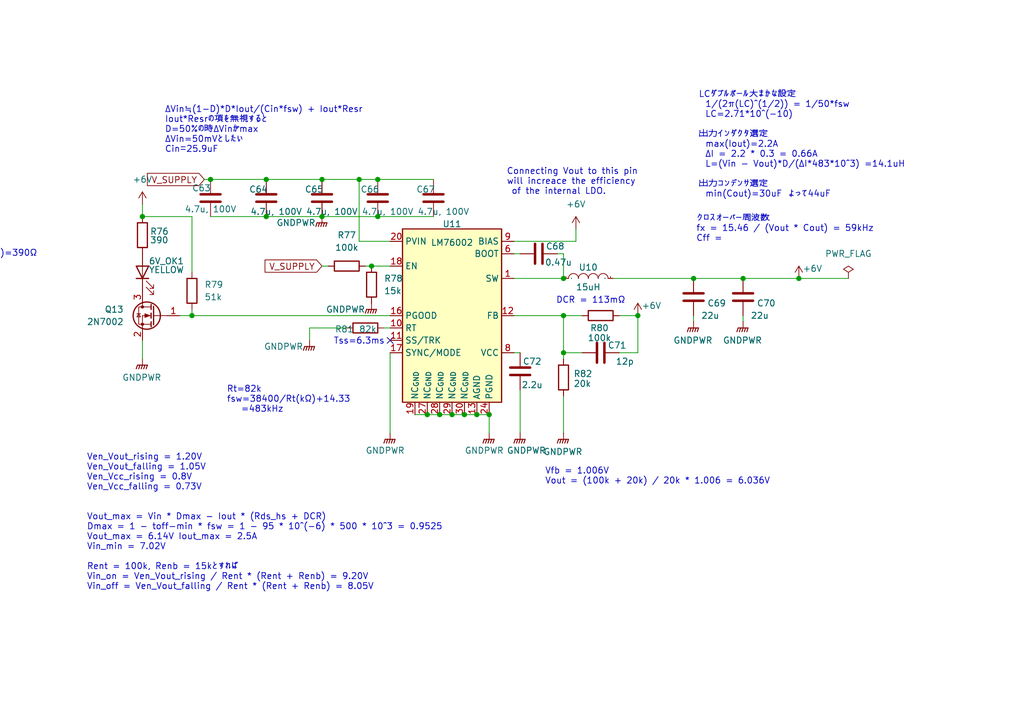
<source format=kicad_sch>
(kicad_sch (version 20250114) (generator "eeschema") (generator_version "9.0")
  (paper "A5")
  (lib_symbols
    (symbol "Device:C" (pin_numbers (hide yes)) (pin_names (offset 0.254))
      (property "Reference" "C" (at 0.635 2.54 0))
      (property "Value" "C" (at 0.635 -2.54 0))
      (symbol "C_0_1"
        (polyline (pts (xy -2.032 0.762) (xy 2.032 0.762)) (stroke (width 0.508)))
        (polyline (pts (xy -2.032 -0.762) (xy 2.032 -0.762)) (stroke (width 0.508)))
      )
      (symbol "C_1_1"
        (pin passive line (at 0 3.81 270) (length 2.794) (name "~") (number "1"))
        (pin passive line (at 0 -3.81 90) (length 2.794) (name "~") (number "2"))
      )
    )
    (symbol "Device:LED" (pin_numbers (hide yes)) (pin_names (offset 1.016) (hide yes))
      (property "Reference" "D" (at 0 2.54 0))
      (property "Value" "LED" (at 0 -2.54 0))
      (symbol "LED_0_1"
        (polyline (pts (xy -3.048 -0.762) (xy -4.572 -2.286) (xy -3.81 -2.286) (xy -4.572 -2.286) (xy -4.572 -1.524)))
        (polyline (pts (xy -1.778 -0.762) (xy -3.302 -2.286) (xy -2.54 -2.286) (xy -3.302 -2.286) (xy -3.302 -1.524)))
        (polyline (pts (xy -1.27 0) (xy 1.27 0)))
        (polyline (pts (xy -1.27 -1.27) (xy -1.27 1.27)) (stroke (width 0.254)))
        (polyline (pts (xy 1.27 -1.27) (xy 1.27 1.27) (xy -1.27 0) (xy 1.27 -1.27)) (stroke (width 0.254)))
      )
      (symbol "LED_1_1"
        (pin passive line (at -3.81 0 0) (length 2.54) (name "K") (number "1"))
        (pin passive line (at 3.81 0 180) (length 2.54) (name "A") (number "2"))
      )
    )
    (symbol "Device:R" (pin_numbers (hide yes)) (pin_names (offset 0))
      (property "Reference" "R" (at 2.032 0 90))
      (property "Value" "R" (at 0 0 90))
      (symbol "R_0_1"
        (rectangle (start -1.016 -2.54) (end 1.016 2.54) (stroke (width 0.254)))
      )
      (symbol "R_1_1"
        (pin passive line (at 0 3.81 270) (length 1.27) (name "~") (number "1"))
        (pin passive line (at 0 -3.81 90) (length 1.27) (name "~") (number "2"))
      )
    )
    (symbol "Regulator_Switching:LM76002"
      (property "Reference" "U" (at -9.398 18.796 0))
      (property "Value" "LM76002" (at 6.096 18.796 0))
      (symbol "LM76002_0_0"
        (pin power_in line (at 12.7 15.24 180) (length 2.54) (name "BIAS") (number "9"))
        (pin power_out line (at 12.7 7.62 180) (length 2.54) (name "SW") (number "1"))
      )
      (symbol "LM76002_1_0"
        (pin power_in line (at -12.7 15.24 0) (length 2.54) (name "PVIN") (number "20"))
        (pin passive line (at -12.7 15.24 0) (length 2.54) (hide yes) (name "PVIN") (number "21"))
        (pin passive line (at -12.7 15.24 0) (length 2.54) (hide yes) (name "PVIN") (number "22"))
        (pin input line (at -12.7 10.16 0) (length 2.54) (name "EN") (number "18"))
        (pin open_collector line (at -12.7 0 0) (length 2.54) (name "PGOOD") (number "16"))
        (pin input line (at -12.7 -2.54 0) (length 2.54) (name "RT") (number "10"))
        (pin input line (at -12.7 -5.08 0) (length 2.54) (name "SS/TRK") (number "11"))
        (pin input line (at -12.7 -7.62 0) (length 2.54) (name "SYNC/MODE") (number "17"))
        (pin passive line (at -7.62 -20.32 90) (length 2.54) (name "NC_{GND}") (number "19"))
        (pin passive line (at -5.08 -20.32 90) (length 2.54) (name "NC_{GND}") (number "27"))
        (pin passive line (at -2.54 -20.32 90) (length 2.54) (name "NC_{GND}") (number "28"))
        (pin passive line (at 0 -20.32 90) (length 2.54) (name "NC_{GND}") (number "29"))
        (pin passive line (at 2.54 -20.32 90) (length 2.54) (name "NC_{GND}") (number "30"))
        (pin power_in line (at 5.08 -20.32 90) (length 2.54) (name "AGND") (number "13"))
        (pin passive line (at 5.08 -20.32 90) (length 2.54) (hide yes) (name "AGND") (number "14"))
        (pin passive line (at 5.08 -20.32 90) (length 2.54) (hide yes) (name "AGND") (number "15"))
        (pin passive line (at 5.08 -20.32 90) (length 2.54) (hide yes) (name "AGND") (number "31"))
        (pin power_in line (at 7.62 -20.32 90) (length 2.54) (name "PGND") (number "24"))
        (pin passive line (at 7.62 -20.32 90) (length 2.54) (hide yes) (name "PGND") (number "25"))
        (pin passive line (at 7.62 -20.32 90) (length 2.54) (hide yes) (name "PGND") (number "26"))
        (pin no_connect line (at 10.16 10.16 180) (length 2.54) (hide yes) (name "NC") (number "7"))
        (pin no_connect line (at 10.16 5.08 180) (length 2.54) (hide yes) (name "NC") (number "23"))
        (pin input line (at 12.7 12.7 180) (length 2.54) (name "BOOT") (number "6"))
        (pin passive line (at 12.7 7.62 180) (length 2.54) (hide yes) (name "SW") (number "2"))
        (pin passive line (at 12.7 7.62 180) (length 2.54) (hide yes) (name "SW") (number "3"))
        (pin passive line (at 12.7 7.62 180) (length 2.54) (hide yes) (name "SW") (number "4"))
        (pin passive line (at 12.7 7.62 180) (length 2.54) (hide yes) (name "SW") (number "5"))
        (pin input line (at 12.7 0 180) (length 2.54) (name "FB") (number "12"))
        (pin power_out line (at 12.7 -7.62 180) (length 2.54) (name "VCC") (number "8"))
      )
      (symbol "LM76002_1_1"
        (rectangle (start -10.16 17.78) (end 10.16 -17.78) (stroke (width 0.254)) (fill (type background)))
      )
    )
    (symbol "Transistor_FET:2N7002" (pin_names (offset 0) (hide yes))
      (property "Reference" "Q" (at 5.08 1.905 0))
      (property "Value" "2N7002" (at 5.08 0 0))
      (symbol "2N7002_0_1"
        (polyline (pts (xy 0.254 1.905) (xy 0.254 -1.905)) (stroke (width 0.254)))
        (polyline (pts (xy 0.254 0) (xy -2.54 0)))
        (polyline (pts (xy 0.762 2.286) (xy 0.762 1.27)) (stroke (width 0.254)))
        (polyline (pts (xy 0.762 0.508) (xy 0.762 -0.508)) (stroke (width 0.254)))
        (polyline (pts (xy 0.762 -1.27) (xy 0.762 -2.286)) (stroke (width 0.254)))
        (polyline (pts (xy 0.762 -1.778) (xy 3.302 -1.778) (xy 3.302 1.778) (xy 0.762 1.778)))
        (polyline (pts (xy 1.016 0) (xy 2.032 0.381) (xy 2.032 -0.381) (xy 1.016 0)) (fill (type outline)))
        (circle (center 1.651 0) (radius 2.794) (stroke (width 0.254)))
        (polyline (pts (xy 2.54 2.54) (xy 2.54 1.778)))
        (circle (center 2.54 1.778) (radius 0.254) (fill (type outline)))
        (circle (center 2.54 -1.778) (radius 0.254) (fill (type outline)))
        (polyline (pts (xy 2.54 -2.54) (xy 2.54 0) (xy 0.762 0)))
        (polyline (pts (xy 2.921 0.381) (xy 3.683 0.381)))
        (polyline (pts (xy 3.302 0.381) (xy 2.921 -0.254) (xy 3.683 -0.254) (xy 3.302 0.381)))
      )
      (symbol "2N7002_1_1"
        (pin input line (at -5.08 0 0) (length 2.54) (name "G") (number "1"))
        (pin passive line (at 2.54 5.08 270) (length 2.54) (name "D") (number "3"))
        (pin passive line (at 2.54 -5.08 90) (length 2.54) (name "S") (number "2"))
      )
    )
    (symbol "power:+6V" (power) (pin_numbers (hide yes)) (pin_names (offset 0) (hide yes))
      (property "Value" "+6V" (at 0 3.556 0))
      (symbol "+6V_0_1"
        (polyline (pts (xy -0.762 1.27) (xy 0 2.54)))
        (polyline (pts (xy 0 2.54) (xy 0.762 1.27)))
        (polyline (pts (xy 0 0) (xy 0 2.54)))
      )
      (symbol "+6V_1_1"
        (pin power_in line (at 0 0 90) (length 0) (name "~") (number "1"))
      )
    )
    (symbol "power:GNDPWR" (power) (pin_numbers (hide yes)) (pin_names (offset 0) (hide yes))
      (property "Value" "GNDPWR" (at 0 -3.302 0))
      (symbol "GNDPWR_0_1"
        (polyline (pts (xy -1.016 -1.27) (xy -1.27 -2.032) (xy -1.27 -2.032)) (stroke (width 0.2032)))
        (polyline (pts (xy -0.508 -1.27) (xy -0.762 -2.032) (xy -0.762 -2.032)) (stroke (width 0.2032)))
        (polyline (pts (xy 0 -1.27) (xy 0 0)))
        (polyline (pts (xy 0 -1.27) (xy -0.254 -2.032) (xy -0.254 -2.032)) (stroke (width 0.2032)))
        (polyline (pts (xy 0.508 -1.27) (xy 0.254 -2.032) (xy 0.254 -2.032)) (stroke (width 0.2032)))
        (polyline (pts (xy 1.016 -1.27) (xy -1.016 -1.27) (xy -1.016 -1.27)) (stroke (width 0.2032)))
        (polyline (pts (xy 1.016 -1.27) (xy 0.762 -2.032) (xy 0.762 -2.032) (xy 0.762 -2.032)) (stroke (width 0.2032)))
      )
      (symbol "GNDPWR_1_1"
        (pin power_in line (at 0 0 270) (length 0) (name "~") (number "1"))
      )
    )
    (symbol "power:PWR_FLAG" (power) (pin_numbers (hide yes)) (pin_names (offset 0) (hide yes))
      (property "Value" "PWR_FLAG" (at 0 3.81 0))
      (symbol "PWR_FLAG_0_0"
        (pin power_out line (at 0 0 90) (length 0) (name "~") (number "1"))
      )
      (symbol "PWR_FLAG_0_1"
        (polyline (pts (xy 0 0) (xy 0 1.27) (xy -1.016 1.905) (xy 0 2.54) (xy 1.016 1.905) (xy 0 1.27)))
      )
    )
    (symbol "specific_library:APH0630T150M"
      (property "Reference" "U" (at 0 0 0))
      (symbol "APH0630T150M_1_0"
        (arc (start -4.064 0) (mid -3.0226 1.016) (end -2.032 0))
        (arc (start -2.032 0) (mid -0.9906 1.016) (end 0 0))
        (arc (start 0 0) (mid 1.016 1.016) (end 2.032 0))
        (arc (start 2.032 0) (mid 3.048 1.016) (end 4.064 0))
        (pin passive line (at -5.08 0 0) (length 1.016) (name "1") (number "1"))
        (pin free line (at 5.08 0 180) (length 1.016) (name "2") (number "2"))
      )
    )
  )
  (text "DCR = 113mΩ" (at 121.158 61.722 0) (effects (font (size 1.27 1.27))))
  (text "Ven_Vout_rising = 1.20V\nVen_Vout_falling = 1.05V\nVen_Vcc_rising = 0.8V\nVen_Vcc_falling = 0.73V\n\n\nVout_max = Vin * Dmax - Iout * (Rds_hs + DCR)\nDmax = 1 - toff-min * fsw = 1 - 95 * 10^(-6) * 500 * 10^3 = 0.9525\nVout_max = 6.14V Iout_max = 2.5A\nVin_min = 7.02V\n\nRent = 100k, Renb = 15kとすれば\nVin_on = Ven_Vout_rising / Rent * (Rent + Renb) = 9.20V\nVin_off = Ven_Vout_falling / Rent * (Rent + Renb) = 8.05V" (at 17.78 107.188 0) (effects (font (size 1.27 1.27)) (justify left)))
  (text "Rt=82k\nfsw=38400/Rt(kΩ)+14.33\n   =483kHz" (at 46.482 82.042 0) (effects (font (size 1.27 1.27)) (justify left)))
  (text "ΔVin≒(1-D)*D*Iout/(Cin*fsw) + Iout*Resr\nIout*Resrの項を無視すると\nD=50%の時ΔVinがmax\nΔVin=50mVとしたい\nCin＝25.9uF" (at 33.782 26.67 0) (effects (font (size 1.27 1.27)) (justify left)))
  (text "Tss=6.3ms" (at 73.66 70.104 0) (effects (font (size 1.27 1.27))))
  (text "クロスオーバー周波数\nfx = 15.46 / (Vout * Cout) = 59kHz\nCff = " (at 142.748 46.99 0) (effects (font (size 1.27 1.27)) (justify left)))
  (text "LCダブルポール大まかな設定\n　1/(2π(LC)^(1/2)) = 1/50*fsw\n　LC=2.71*10^(-10)\n\n出力インダクタ選定\n　max(Iout)=2.2A\n　ΔI = 2.2 * 0.3 = 0.66A\n　L=(Vin - Vout)*D/(ΔI*483*10^3) =14.1uH\n\n出力コンデンサ選定\n　min(Cout)=30uF　よって44uF" (at 143.256 29.718 0) (effects (font (size 1.27 1.27)) (justify left)))
  (text "Vfb = 1.006V\nVout = (100k + 20k) / 20k * 1.006 = 6.036V" (at 111.76 97.79 0) (effects (font (size 1.27 1.27)) (justify left)))
  (text "Vf=2.1V\nI=10mA\nR=(6-2.1)/10*10^(-3)=390Ω" (at -21.844 50.038 0) (effects (font (size 1.27 1.27)) (justify left)))
  (text "Connecting Vout to this pin \nwill increace the efficiency\n of the internal LDO.\n" (at 103.886 37.338 0) (effects (font (size 1.27 1.27)) (justify left)))
  (junction (at 97.79 85.09))
  (junction (at 87.63 85.09))
  (junction (at 130.81 64.77))
  (junction (at 77.47 44.45))
  (junction (at 29.21 44.45))
  (junction (at 66.04 44.45))
  (junction (at 95.25 85.09))
  (junction (at 77.47 36.83))
  (junction (at 100.33 85.09))
  (junction (at 142.24 57.15))
  (junction (at 115.57 64.77))
  (junction (at 152.4 57.15))
  (junction (at 43.18 36.83))
  (junction (at 92.71 85.09))
  (junction (at 54.61 36.83))
  (junction (at 115.57 57.15))
  (junction (at 54.61 44.45))
  (junction (at 115.57 72.39))
  (junction (at 76.2 54.61))
  (junction (at 73.66 36.83))
  (junction (at 90.17 85.09))
  (junction (at 66.04 36.83))
  (junction (at 163.83 57.15))
  (junction (at 39.37 64.77))
  (no_connect (at 80.01 69.85))
  (wire (pts (xy 125.73 57.15) (xy 142.24 57.15)))
  (wire (pts (xy 43.18 36.83) (xy 54.61 36.83)))
  (wire (pts (xy 39.37 55.88) (xy 39.37 44.45)))
  (wire (pts (xy 73.66 36.83) (xy 77.47 36.83)))
  (wire (pts (xy 105.41 72.39) (xy 106.68 72.39)))
  (wire (pts (xy 163.83 57.15) (xy 173.99 57.15)))
  (wire (pts (xy 97.79 85.09) (xy 100.33 85.09)))
  (wire (pts (xy 115.57 81.28) (xy 115.57 88.9)))
  (wire (pts (xy 127 72.39) (xy 130.81 72.39)))
  (wire (pts (xy 63.5 67.31) (xy 71.12 67.31)))
  (wire (pts (xy 76.2 54.61) (xy 80.01 54.61)))
  (wire (pts (xy 77.47 36.83) (xy 88.9 36.83)))
  (wire (pts (xy 87.63 85.09) (xy 85.09 85.09)))
  (wire (pts (xy 130.81 72.39) (xy 130.81 64.77)))
  (wire (pts (xy 115.57 64.77) (xy 119.38 64.77)))
  (wire (pts (xy 41.91 36.83) (xy 43.18 36.83)))
  (wire (pts (xy 74.93 54.61) (xy 76.2 54.61)))
  (wire (pts (xy 97.79 85.09) (xy 95.25 85.09)))
  (wire (pts (xy 142.24 66.04) (xy 142.24 64.77)))
  (wire (pts (xy 54.61 44.45) (xy 43.18 44.45)))
  (wire (pts (xy 90.17 85.09) (xy 87.63 85.09)))
  (wire (pts (xy 66.04 44.45) (xy 77.47 44.45)))
  (wire (pts (xy 100.33 88.9) (xy 100.33 85.09)))
  (wire (pts (xy 73.66 36.83) (xy 73.66 49.53)))
  (wire (pts (xy 115.57 72.39) (xy 115.57 73.66)))
  (wire (pts (xy 39.37 44.45) (xy 29.21 44.45)))
  (wire (pts (xy 142.24 57.15) (xy 152.4 57.15)))
  (wire (pts (xy 29.21 73.66) (xy 29.21 69.85)))
  (wire (pts (xy 80.01 88.9) (xy 80.01 72.39)))
  (wire (pts (xy 80.01 49.53) (xy 73.66 49.53)))
  (wire (pts (xy 29.21 41.91) (xy 29.21 44.45)))
  (wire (pts (xy 106.68 80.01) (xy 106.68 88.9)))
  (wire (pts (xy 39.37 63.5) (xy 39.37 64.77)))
  (wire (pts (xy 54.61 44.45) (xy 66.04 44.45)))
  (wire (pts (xy 106.68 52.07) (xy 105.41 52.07)))
  (wire (pts (xy 92.71 85.09) (xy 95.25 85.09)))
  (wire (pts (xy 115.57 52.07) (xy 115.57 57.15)))
  (wire (pts (xy 66.04 36.83) (xy 73.66 36.83)))
  (wire (pts (xy 63.5 69.85) (xy 63.5 67.31)))
  (wire (pts (xy 78.74 67.31) (xy 80.01 67.31)))
  (wire (pts (xy 105.41 57.15) (xy 115.57 57.15)))
  (wire (pts (xy 130.81 64.77) (xy 127 64.77)))
  (wire (pts (xy 152.4 66.04) (xy 152.4 64.77)))
  (wire (pts (xy 163.83 57.15) (xy 152.4 57.15)))
  (wire (pts (xy 77.47 44.45) (xy 88.9 44.45)))
  (wire (pts (xy 115.57 52.07) (xy 114.3 52.07)))
  (wire (pts (xy 118.11 46.99) (xy 118.11 49.53)))
  (wire (pts (xy 66.04 54.61) (xy 67.31 54.61)))
  (wire (pts (xy 105.41 64.77) (xy 115.57 64.77)))
  (wire (pts (xy 39.37 64.77) (xy 80.01 64.77)))
  (wire (pts (xy 36.83 64.77) (xy 39.37 64.77)))
  (wire (pts (xy 115.57 72.39) (xy 119.38 72.39)))
  (wire (pts (xy 90.17 85.09) (xy 92.71 85.09)))
  (wire (pts (xy 105.41 49.53) (xy 118.11 49.53)))
  (wire (pts (xy 54.61 36.83) (xy 66.04 36.83)))
  (wire (pts (xy 115.57 64.77) (xy 115.57 72.39)))
  (global_label "V_SUPPLY" (shape input) (at 66.04 54.61 180) (property "Intersheetrefs" "${INTERSHEET_REFS}" (effects (hide yes))))
  (global_label "V_SUPPLY" (shape input) (at 41.91 36.83 180) (property "Intersheetrefs" "${INTERSHEET_REFS}" (effects (hide yes))))
  (symbol (lib_id "power:GNDPWR") (at 115.57 88.9 0) (unit 1)
    (property "Reference" "#010" (effects (hide yes)))
    (property "Value" "GNDPWR" (at 115.443 92.71 0))
    (property "Description" "Power symbol creates a global label with name \"GNDPWR\" , global ground" (effects (hide yes)))
  )
  (symbol (lib_id "power:GNDPWR") (at 76.2 62.23 0) (unit 1)
    (property "Reference" "#02" (effects (hide yes)))
    (property "Value" "GNDPWR" (at 70.866 63.5 0))
    (property "Description" "Power symbol creates a global label with name \"GNDPWR\" , global ground" (effects (hide yes)))
  )
  (symbol (lib_id "Device:R") (at 71.12 54.61 90) (unit 1)
    (property "Reference" "R77" (at 71.12 48.26 90))
    (property "Value" "100k" (at 71.12 50.8 90))
    (property "Footprint" "Resistor_SMD:R_0603_1608Metric" (effects (hide yes)))
    (property "Description" "Resistor" (effects (hide yes)))
  )
  (symbol (lib_id "power:GNDPWR") (at 29.21 73.66 0) (unit 1)
    (property "Reference" "#06" (effects (hide yes)))
    (property "Value" "GNDPWR" (at 29.083 77.47 0))
    (property "Description" "Power symbol creates a global label with name \"GNDPWR\" , global ground" (effects (hide yes)))
  )
  (symbol (lib_id "Device:C") (at 106.68 76.2 0) (unit 1)
    (property "Reference" "C72" (at 107.188 74.168 0) (effects (justify left)))
    (property "Value" "2.2u" (at 106.934 78.994 0) (effects (justify left)))
    (property "Footprint" "Capacitor_SMD:C_0603_1608Metric" (effects (hide yes)))
    (property "Description" "Unpolarized capacitor" (effects (hide yes)))
  )
  (symbol (lib_id "Device:R") (at 29.21 48.26 0) (unit 1)
    (property "Reference" "R76" (at 30.734 47.498 0) (effects (justify left)))
    (property "Value" "390" (at 30.734 49.276 0) (effects (justify left)))
    (property "Footprint" "Resistor_SMD:R_0603_1608Metric" (effects (hide yes)))
    (property "Description" "Resistor" (effects (hide yes)))
  )
  (symbol (lib_id "power:GNDPWR") (at 66.04 44.45 0) (unit 1)
    (property "Reference" "#01" (effects (hide yes)))
    (property "Value" "GNDPWR" (at 60.706 45.72 0))
    (property "Description" "Power symbol creates a global label with name \"GNDPWR\" , global ground" (effects (hide yes)))
  )
  (symbol (lib_id "Device:C") (at 43.18 40.64 0) (unit 1)
    (property "Reference" "C63" (at 39.37 38.608 0) (effects (justify left)))
    (property "Value" "4.7u, 100V" (at 37.846 42.926 0) (effects (justify left)))
    (property "Footprint" "Capacitor_SMD:C_1210_3225Metric" (effects (hide yes)))
    (property "Description" "Unpolarized capacitor" (effects (hide yes)))
  )
  (symbol (lib_id "Device:C") (at 77.47 40.64 0) (unit 1)
    (property "Reference" "C66" (at 73.914 38.862 0) (effects (justify left)))
    (property "Value" "4.7u, 100V" (at 74.168 43.434 0) (effects (justify left)))
    (property "Footprint" "Capacitor_SMD:C_1210_3225Metric" (effects (hide yes)))
    (property "Description" "Unpolarized capacitor" (effects (hide yes)))
  )
  (symbol (lib_id "Device:C") (at 142.24 60.96 0) (unit 1)
    (property "Reference" "C69" (at 145.034 62.23 0) (effects (justify left)))
    (property "Value" "22u" (at 143.764 64.77 0) (effects (justify left)))
    (property "Footprint" "Capacitor_SMD:C_1210_3225Metric" (effects (hide yes)))
    (property "Description" "Unpolarized capacitor" (effects (hide yes)))
  )
  (symbol (lib_id "power:GNDPWR") (at 142.24 66.04 0) (unit 1)
    (property "Reference" "#03" (effects (hide yes)))
    (property "Value" "GNDPWR" (at 142.113 69.85 0))
    (property "Description" "Power symbol creates a global label with name \"GNDPWR\" , global ground" (effects (hide yes)))
  )
  (symbol (lib_id "Device:C") (at 152.4 60.96 0) (unit 1)
    (property "Reference" "C70" (at 155.194 62.23 0) (effects (justify left)))
    (property "Value" "22u" (at 153.924 64.77 0) (effects (justify left)))
    (property "Footprint" "Capacitor_SMD:C_1210_3225Metric" (effects (hide yes)))
    (property "Description" "Unpolarized capacitor" (effects (hide yes)))
  )
  (symbol (lib_id "power:GNDPWR") (at 106.68 88.9 0) (unit 1)
    (property "Reference" "#09" (effects (hide yes)))
    (property "Value" "GNDPWR" (at 107.95 92.456 0))
    (property "Description" "Power symbol creates a global label with name \"GNDPWR\" , global ground" (effects (hide yes)))
  )
  (symbol (lib_id "power:+6V") (at 163.83 57.15 0) (unit 1)
    (property "Reference" "#PWR0106" (effects (hide yes)))
    (property "Value" "+6V" (at 166.624 55.118 0))
    (property "Description" "Power symbol creates a global label with name \"+6V\"" (effects (hide yes)))
  )
  (symbol (lib_id "Transistor_FET:2N7002") (at 31.75 64.77 0) (mirror y) (unit 1)
    (property "Reference" "Q13" (at 25.4 63.4999 0) (effects (justify left)))
    (property "Value" "2N7002" (at 25.4 66.0399 0) (effects (justify left)))
    (property "Footprint" "Package_TO_SOT_SMD:SOT-23" (effects (hide yes)))
    (property "Datasheet" "https://www.onsemi.com/pub/Collateral/NDS7002A-D.PDF" (effects (hide yes)))
    (property "Description" "0.115A Id, 60V Vds, N-Channel MOSFET, SOT-23" (effects (hide yes)))
  )
  (symbol (lib_id "Device:R") (at 74.93 67.31 90) (unit 1)
    (property "Reference" "R81" (at 70.612 67.564 90))
    (property "Value" "82k" (at 75.438 67.564 90))
    (property "Footprint" "Resistor_SMD:R_0603_1608Metric" (effects (hide yes)))
    (property "Description" "Resistor" (effects (hide yes)))
  )
  (symbol (lib_id "power:GNDPWR") (at 100.33 88.9 0) (unit 1)
    (property "Reference" "#08" (effects (hide yes)))
    (property "Value" "GNDPWR" (at 99.314 92.456 0))
    (property "Description" "Power symbol creates a global label with name \"GNDPWR\" , global ground" (effects (hide yes)))
  )
  (symbol (lib_id "Regulator_Switching:LM76002") (at 92.71 64.77 0) (unit 1)
    (property "Reference" "U11" (at 92.71 45.974 0))
    (property "Value" "LM76002" (at 92.71 49.784 0))
    (property "Footprint" "Package_DFN_QFN:Texas_RNP0030B_WQFN-30-1EP_4x6mm_P0.5mm_EP1.8x4.5mm_ThermalVias" (effects (hide yes)))
    (property "Datasheet" "https://www.ti.com/lit/ds/symlink/lm76002.pdf" (effects (hide yes)))
    (property "Description" "2.5A synchronous buck regulator, 3.5..60Vin, 300kHz..2.2MHz switching frequency, CCM/DCM & PFM at light load, WQFN-30" (effects (hide yes)))
  )
  (symbol (lib_id "power:PWR_FLAG") (at 173.99 57.15 0) (unit 1)
    (property "Reference" "#FLG05" (effects (hide yes)))
    (property "Value" "PWR_FLAG" (at 173.99 52.07 0))
    (property "Description" "Special symbol for telling ERC where power comes from" (effects (hide yes)))
  )
  (symbol (lib_id "specific_library:APH0630T150M") (at 120.65 57.15 0) (unit 1)
    (property "Reference" "U10" (at 120.65 54.864 0))
    (property "Value" "15uH" (at 120.65 58.928 0))
    (property "Footprint" "specific_footprint_library:IND-SMD_L7.1-W6.6" (effects (hide yes)))
    (property "Datasheet" "https://atta.szlcsc.com/upload/public/pdf/source/20240422/44C6AF90C0CE08E50D7C2708B16BB974.pdf" (effects (hide yes)))
    (property "Description" "Inductance:15uH Tolerance:±20% Tolerance:±20% Current Rating:3A Current - Saturation(Isat):4A DC Resistance(DCR):113mΩ Type:Molded Inductor Ratings:-" (effects (hide yes)))
    (property "Manufacturer Part" "APH0630T150M" (effects (hide yes)))
    (property "Manufacturer" "APV(爱普微)" (effects (hide yes)))
    (property "Supplier Part" "C5349699" (effects (hide yes)))
    (property "Supplier" "LCSC" (effects (hide yes)))
    (property "LCSC Part Name" "15uH ±20% 4A 一体成型电感,大电流" (effects (hide yes)))
  )
  (symbol (lib_id "power:+6V") (at 29.21 41.91 0) (unit 1)
    (property "Reference" "#PWR0104" (effects (hide yes)))
    (property "Value" "+6V" (at 29.21 36.83 0))
    (property "Description" "Power symbol creates a global label with name \"+6V\"" (effects (hide yes)))
  )
  (symbol (lib_id "Device:R") (at 39.37 59.69 0) (unit 1)
    (property "Reference" "R79" (at 41.91 58.4199 0) (effects (justify left)))
    (property "Value" "51k" (at 41.91 60.9599 0) (effects (justify left)))
    (property "Footprint" "Resistor_SMD:R_0603_1608Metric" (effects (hide yes)))
    (property "Description" "Resistor" (effects (hide yes)))
  )
  (symbol (lib_id "Device:R") (at 123.19 64.77 90) (unit 1)
    (property "Reference" "R80" (at 122.936 67.31 90))
    (property "Value" "100k" (at 122.936 69.342 90))
    (property "Footprint" "Resistor_SMD:R_0603_1608Metric" (effects (hide yes)))
    (property "Description" "Resistor" (effects (hide yes)))
  )
  (symbol (lib_id "Device:R") (at 115.57 77.47 0) (unit 1)
    (property "Reference" "R82" (at 117.602 76.708 0) (effects (justify left)))
    (property "Value" "20k" (at 117.602 78.74 0) (effects (justify left)))
    (property "Footprint" "Resistor_SMD:R_0603_1608Metric" (effects (hide yes)))
    (property "Description" "Resistor" (effects (hide yes)))
  )
  (symbol (lib_id "power:GNDPWR") (at 152.4 66.04 0) (unit 1)
    (property "Reference" "#04" (effects (hide yes)))
    (property "Value" "GNDPWR" (at 152.273 69.85 0))
    (property "Description" "Power symbol creates a global label with name \"GNDPWR\" , global ground" (effects (hide yes)))
  )
  (symbol (lib_id "power:GNDPWR") (at 63.5 69.85 0) (unit 1)
    (property "Reference" "#05" (effects (hide yes)))
    (property "Value" "GNDPWR" (at 58.166 71.12 0))
    (property "Description" "Power symbol creates a global label with name \"GNDPWR\" , global ground" (effects (hide yes)))
  )
  (symbol (lib_id "power:GNDPWR") (at 80.01 88.9 0) (unit 1)
    (property "Reference" "#07" (effects (hide yes)))
    (property "Value" "GNDPWR" (at 78.994 92.456 0))
    (property "Description" "Power symbol creates a global label with name \"GNDPWR\" , global ground" (effects (hide yes)))
  )
  (symbol (lib_id "power:+6V") (at 118.11 46.99 0) (unit 1)
    (property "Reference" "#PWR0105" (effects (hide yes)))
    (property "Value" "+6V" (at 118.11 41.91 0))
    (property "Description" "Power symbol creates a global label with name \"+6V\"" (effects (hide yes)))
  )
  (symbol (lib_id "Device:C") (at 110.49 52.07 90) (unit 1)
    (property "Reference" "C68" (at 115.824 50.546 90) (effects (justify left)))
    (property "Value" "0.47u" (at 117.348 53.848 90) (effects (justify left)))
    (property "Footprint" "Capacitor_SMD:C_0603_1608Metric" (effects (hide yes)))
    (property "Description" "Unpolarized capacitor" (effects (hide yes)))
  )
  (symbol (lib_id "Device:R") (at 76.2 58.42 0) (unit 1)
    (property "Reference" "R78" (at 78.74 57.1499 0) (effects (justify left)))
    (property "Value" "15k" (at 78.74 59.6899 0) (effects (justify left)))
    (property "Footprint" "Resistor_SMD:R_0603_1608Metric" (effects (hide yes)))
    (property "Description" "Resistor" (effects (hide yes)))
  )
  (symbol (lib_id "Device:C") (at 123.19 72.39 90) (unit 1)
    (property "Reference" "C71" (at 128.524 70.866 90) (effects (justify left)))
    (property "Value" "12p" (at 130.048 74.168 90) (effects (justify left)))
    (property "Footprint" "Capacitor_SMD:C_0603_1608Metric" (effects (hide yes)))
    (property "Description" "Unpolarized capacitor" (effects (hide yes)))
  )
  (symbol (lib_id "Device:C") (at 88.9 40.64 0) (unit 1)
    (property "Reference" "C67" (at 85.344 38.862 0) (effects (justify left)))
    (property "Value" "4.7u, 100V" (at 85.598 43.434 0) (effects (justify left)))
    (property "Footprint" "Capacitor_SMD:C_1210_3225Metric" (effects (hide yes)))
    (property "Description" "Unpolarized capacitor" (effects (hide yes)))
  )
  (symbol (lib_id "Device:C") (at 66.04 40.64 0) (unit 1)
    (property "Reference" "C65" (at 62.484 38.862 0) (effects (justify left)))
    (property "Value" "4.7u, 100V" (at 62.738 43.434 0) (effects (justify left)))
    (property "Footprint" "Capacitor_SMD:C_1210_3225Metric" (effects (hide yes)))
    (property "Description" "Unpolarized capacitor" (effects (hide yes)))
  )
  (symbol (lib_id "power:+6V") (at 130.81 64.77 0) (unit 1)
    (property "Reference" "#PWR0107" (effects (hide yes)))
    (property "Value" "+6V" (at 133.604 62.738 0))
    (property "Description" "Power symbol creates a global label with name \"+6V\"" (effects (hide yes)))
  )
  (symbol (lib_id "Device:LED") (at 29.21 55.88 90) (unit 1)
    (property "Reference" "6V_OK1" (at 30.48 53.594 90) (effects (justify right)))
    (property "Value" "YELLOW" (at 30.48 55.372 90) (effects (justify right)))
    (property "Footprint" "LED_SMD:LED_0805_2012Metric" (effects (hide yes)))
    (property "Datasheet" "https://jlcpcb.com/api/file/downloadByFileSystemAccessId/8579709195039801344" (effects (hide yes)))
    (property "Description" "Light emitting diode" (effects (hide yes)))
    (property "Sim.Pins" "1=K 2=A" (effects (hide yes)))
  )
  (symbol (lib_id "Device:C") (at 54.61 40.64 0) (unit 1)
    (property "Reference" "C64" (at 51.054 38.862 0) (effects (justify left)))
    (property "Value" "4.7u, 100V" (at 51.308 43.434 0) (effects (justify left)))
    (property "Footprint" "Capacitor_SMD:C_1210_3225Metric" (effects (hide yes)))
    (property "Description" "Unpolarized capacitor" (effects (hide yes)))
  )
)
</source>
